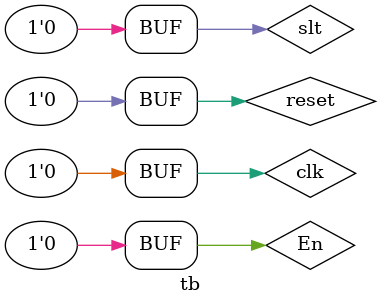
<source format=v>
`timescale 1ns / 1ps
`include "code.v"

module tb;

	// Inputs
	reg clk;
	reg reset;
	reg slt;
	reg En;

	// Outputs
	wire [63:0] Output0;
	wire [63:0] Output1;

	// Instantiate the Unit Under Test (UUT)
	code uut (
		.clk(clk), 
		.reset(reset), 
		.slt(slt), 
		.En(En), 
		.Output0(Output0), 
		.Output1(Output1)
	);

	initial begin
		// Initialize Inputs
		clk = 0;
		reset = 0;
		slt = 0;
		En = 0;

		// Wait 100 ns for global reset to finish
		#100;
        
		// Add stimulus here

	end
      
endmodule


</source>
